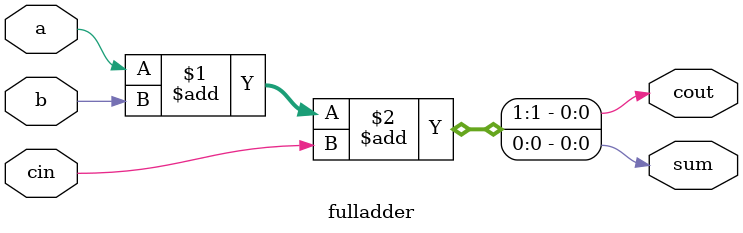
<source format=v>
module Exp01Task04(A , B , S , Cin , Cout);
input [3:0] A;
input [3:0] B;
input Cin;
output [3:0]S;
output Cout;

wire C1 , C2 , C3;

assign X0 = Cin ^ B[0];
assign X1 = Cin ^ B[1];
assign X2 = Cin ^ B[2];
assign X3 = Cin ^ B[3];

fulladder Y0(Cin , X0 , A[0] , S[0] , C1);
fulladder Y1(C1 , X1 , A[1] , S[1] , C2);
fulladder Y2(C2 , X2 , A[2] , S[2] , C3);
fulladder Y3(C3 , X3 , A[3] , S[3] ,Cout);
endmodule

module fulladder(a,b,cin,sum,cout);
input a,b,cin;
output sum,cout;
assign {cout,sum} = a+b+cin;
endmodule
</source>
